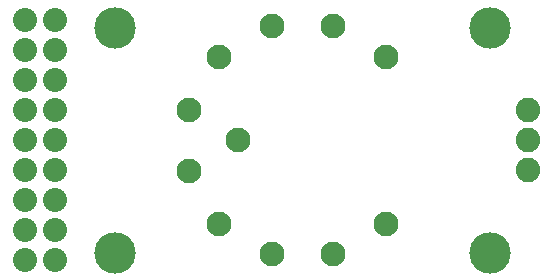
<source format=gbr>
G04 EAGLE Gerber RS-274X export*
G75*
%MOMM*%
%FSLAX34Y34*%
%LPD*%
%INSoldermask Bottom*%
%IPPOS*%
%AMOC8*
5,1,8,0,0,1.08239X$1,22.5*%
G01*
%ADD10C,2.100000*%
%ADD11C,3.505200*%
%ADD12C,2.082800*%
%ADD13C,2.032000*%


D10*
X337411Y197711D03*
X292582Y223593D03*
X240818Y223593D03*
X211700Y127000D03*
X195989Y197711D03*
X170107Y152882D03*
X170107Y101118D03*
X195989Y56289D03*
X240818Y30407D03*
X292582Y30407D03*
X337411Y56289D03*
D11*
X425450Y31750D03*
X425450Y222250D03*
D12*
X457200Y101600D03*
X457200Y127000D03*
X457200Y152400D03*
D13*
X31750Y25400D03*
X57150Y25400D03*
X31750Y50800D03*
X57150Y50800D03*
X57150Y76200D03*
X31750Y76200D03*
X57150Y101600D03*
X31750Y101600D03*
X57150Y127000D03*
X31750Y127000D03*
X57150Y152400D03*
X31750Y152400D03*
X31750Y177800D03*
X57150Y177800D03*
X31750Y203200D03*
X57150Y203200D03*
X31750Y228600D03*
X57150Y228600D03*
D11*
X107950Y222250D03*
X107950Y31750D03*
M02*

</source>
